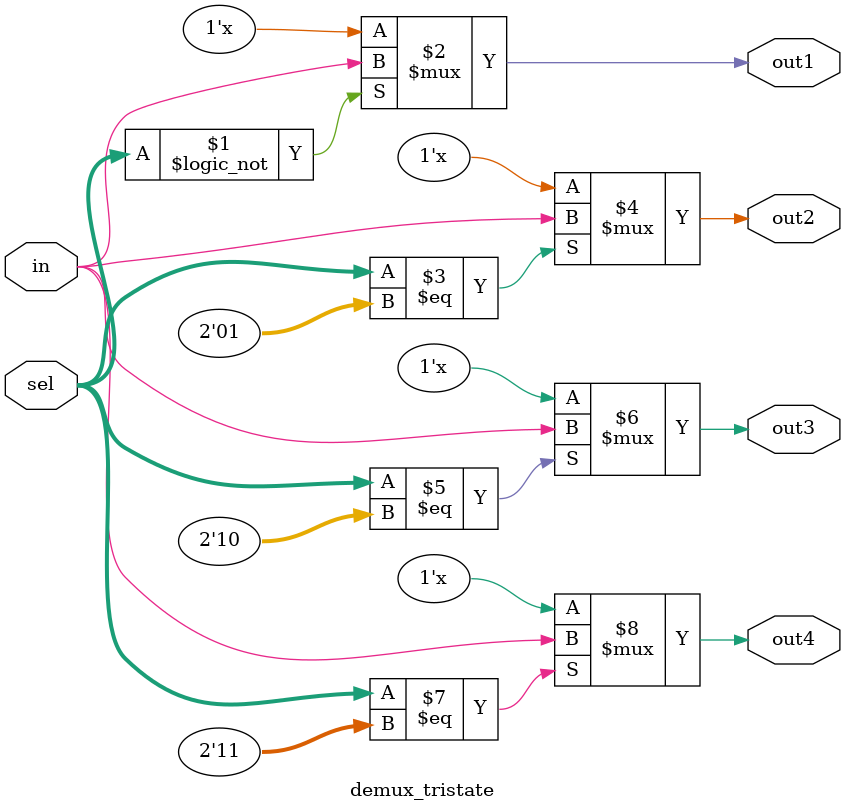
<source format=v>

 module demux_tristate(out1,out2,out3,out4,sel,in);
 
 input wire in;
 input wire [1:0]sel;
 
 output wire out1,out2,out3,out4;
 
 assign out1 = (sel == 2'b00) ? in : 1'bz;
 assign out2 = (sel == 2'b01) ? in : 1'bz;
 assign out3 = (sel == 2'b10) ? in : 1'bz;
 assign out4 = (sel == 2'b11) ? in : 1'bz;
 
 
 endmodule

</source>
